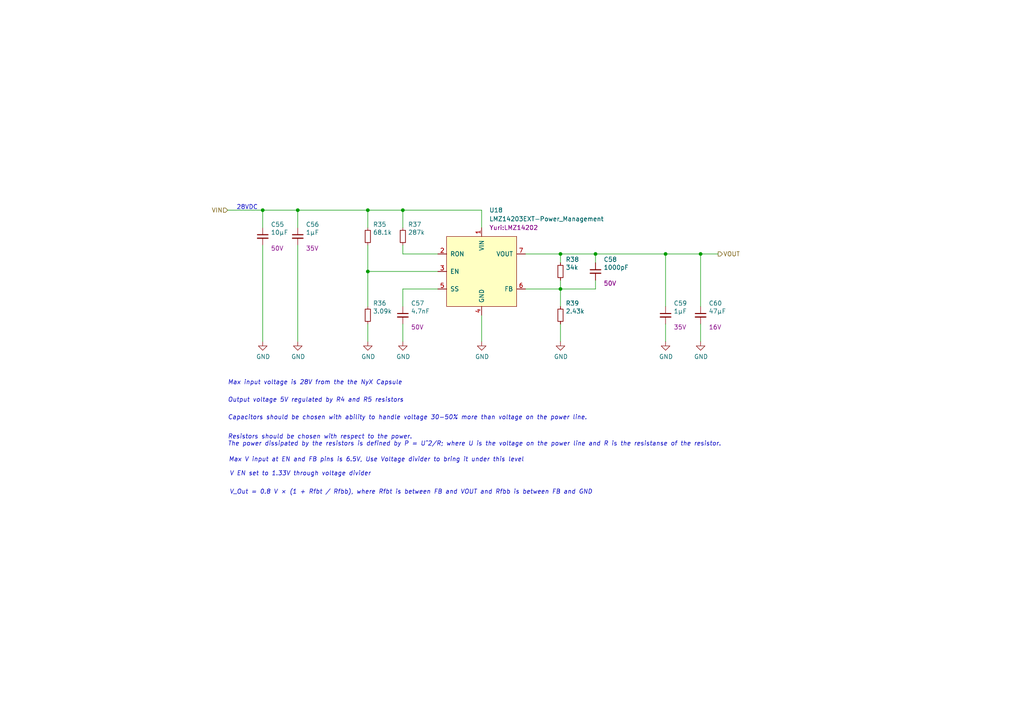
<source format=kicad_sch>
(kicad_sch (version 20230121) (generator eeschema)

  (uuid 27b77dd0-a85a-431d-952d-76def38a8516)

  (paper "A4")

  (title_block
    (company "Yuri GmbH")
  )

  (lib_symbols
    (symbol "Device:C_Small" (pin_numbers hide) (pin_names (offset 0.254) hide) (in_bom yes) (on_board yes)
      (property "Reference" "C" (at 0.254 1.778 0)
        (effects (font (size 1.27 1.27)) (justify left))
      )
      (property "Value" "C_Small" (at 0.254 -2.032 0)
        (effects (font (size 1.27 1.27)) (justify left))
      )
      (property "Footprint" "" (at 0 0 0)
        (effects (font (size 1.27 1.27)) hide)
      )
      (property "Datasheet" "~" (at 0 0 0)
        (effects (font (size 1.27 1.27)) hide)
      )
      (property "ki_keywords" "capacitor cap" (at 0 0 0)
        (effects (font (size 1.27 1.27)) hide)
      )
      (property "ki_description" "Unpolarized capacitor, small symbol" (at 0 0 0)
        (effects (font (size 1.27 1.27)) hide)
      )
      (property "ki_fp_filters" "C_*" (at 0 0 0)
        (effects (font (size 1.27 1.27)) hide)
      )
      (symbol "C_Small_0_1"
        (polyline
          (pts
            (xy -1.524 -0.508)
            (xy 1.524 -0.508)
          )
          (stroke (width 0.3302) (type default))
          (fill (type none))
        )
        (polyline
          (pts
            (xy -1.524 0.508)
            (xy 1.524 0.508)
          )
          (stroke (width 0.3048) (type default))
          (fill (type none))
        )
      )
      (symbol "C_Small_1_1"
        (pin passive line (at 0 2.54 270) (length 2.032)
          (name "~" (effects (font (size 1.27 1.27))))
          (number "1" (effects (font (size 1.27 1.27))))
        )
        (pin passive line (at 0 -2.54 90) (length 2.032)
          (name "~" (effects (font (size 1.27 1.27))))
          (number "2" (effects (font (size 1.27 1.27))))
        )
      )
    )
    (symbol "Device:R_Small" (pin_numbers hide) (pin_names (offset 0.254) hide) (in_bom yes) (on_board yes)
      (property "Reference" "R" (at 0.762 0.508 0)
        (effects (font (size 1.27 1.27)) (justify left))
      )
      (property "Value" "R_Small" (at 0.762 -1.016 0)
        (effects (font (size 1.27 1.27)) (justify left))
      )
      (property "Footprint" "" (at 0 0 0)
        (effects (font (size 1.27 1.27)) hide)
      )
      (property "Datasheet" "~" (at 0 0 0)
        (effects (font (size 1.27 1.27)) hide)
      )
      (property "ki_keywords" "R resistor" (at 0 0 0)
        (effects (font (size 1.27 1.27)) hide)
      )
      (property "ki_description" "Resistor, small symbol" (at 0 0 0)
        (effects (font (size 1.27 1.27)) hide)
      )
      (property "ki_fp_filters" "R_*" (at 0 0 0)
        (effects (font (size 1.27 1.27)) hide)
      )
      (symbol "R_Small_0_1"
        (rectangle (start -0.762 1.778) (end 0.762 -1.778)
          (stroke (width 0.2032) (type default))
          (fill (type none))
        )
      )
      (symbol "R_Small_1_1"
        (pin passive line (at 0 2.54 270) (length 0.762)
          (name "~" (effects (font (size 1.27 1.27))))
          (number "1" (effects (font (size 1.27 1.27))))
        )
        (pin passive line (at 0 -2.54 90) (length 0.762)
          (name "~" (effects (font (size 1.27 1.27))))
          (number "2" (effects (font (size 1.27 1.27))))
        )
      )
    )
    (symbol "Yuri:LMZ14203EXT-Power_Management" (pin_names (offset 1.016)) (in_bom yes) (on_board yes)
      (property "Reference" "U" (at 2.54 -12.7 0)
        (effects (font (size 1.27 1.27)) (justify left))
      )
      (property "Value" "LMZ14203EXT-Power_Management" (at 2.54 -15.24 0)
        (effects (font (size 1.27 1.27)) (justify left))
      )
      (property "Footprint" "Package_TO_SOT_SMD:Texas_TO-PMOD-7-1EP_10.16x9.85mm_P1.27mm_EP5.35x8.54mm_ThermalVias" (at 2.54 -17.78 0)
        (effects (font (size 1.27 1.27)) (justify left))
      )
      (property "Datasheet" "" (at -1.27 -13.97 0)
        (effects (font (size 1.27 1.27)) hide)
      )
      (symbol "LMZ14203EXT-Power_Management_0_1"
        (rectangle (start -10.16 10.16) (end 10.16 -10.16)
          (stroke (width 0) (type solid))
          (fill (type background))
        )
      )
      (symbol "LMZ14203EXT-Power_Management_1_1"
        (pin power_in line (at 0 12.7 270) (length 2.54)
          (name "VIN" (effects (font (size 1.27 1.27))))
          (number "1" (effects (font (size 1.27 1.27))))
        )
        (pin passive line (at -12.7 5.08 0) (length 2.54)
          (name "RON" (effects (font (size 1.27 1.27))))
          (number "2" (effects (font (size 1.27 1.27))))
        )
        (pin input line (at -12.7 0 0) (length 2.54)
          (name "EN" (effects (font (size 1.27 1.27))))
          (number "3" (effects (font (size 1.27 1.27))))
        )
        (pin power_out line (at 0 -12.7 90) (length 2.54)
          (name "GND" (effects (font (size 1.27 1.27))))
          (number "4" (effects (font (size 1.27 1.27))))
        )
        (pin passive line (at -12.7 -5.08 0) (length 2.54)
          (name "SS" (effects (font (size 1.27 1.27))))
          (number "5" (effects (font (size 1.27 1.27))))
        )
        (pin passive line (at 12.7 -5.08 180) (length 2.54)
          (name "FB" (effects (font (size 1.27 1.27))))
          (number "6" (effects (font (size 1.27 1.27))))
        )
        (pin power_out line (at 12.7 5.08 180) (length 2.54)
          (name "VOUT" (effects (font (size 1.27 1.27))))
          (number "7" (effects (font (size 1.27 1.27))))
        )
        (pin power_out line (at 0 -12.7 90) (length 2.54) hide
          (name "EP" (effects (font (size 1.27 1.27))))
          (number "8" (effects (font (size 1.27 1.27))))
        )
      )
    )
    (symbol "power:GND" (power) (pin_names (offset 0)) (in_bom yes) (on_board yes)
      (property "Reference" "#PWR" (at 0 -6.35 0)
        (effects (font (size 1.27 1.27)) hide)
      )
      (property "Value" "GND" (at 0 -3.81 0)
        (effects (font (size 1.27 1.27)))
      )
      (property "Footprint" "" (at 0 0 0)
        (effects (font (size 1.27 1.27)) hide)
      )
      (property "Datasheet" "" (at 0 0 0)
        (effects (font (size 1.27 1.27)) hide)
      )
      (property "ki_keywords" "global power" (at 0 0 0)
        (effects (font (size 1.27 1.27)) hide)
      )
      (property "ki_description" "Power symbol creates a global label with name \"GND\" , ground" (at 0 0 0)
        (effects (font (size 1.27 1.27)) hide)
      )
      (symbol "GND_0_1"
        (polyline
          (pts
            (xy 0 0)
            (xy 0 -1.27)
            (xy 1.27 -1.27)
            (xy 0 -2.54)
            (xy -1.27 -1.27)
            (xy 0 -1.27)
          )
          (stroke (width 0) (type default))
          (fill (type none))
        )
      )
      (symbol "GND_1_1"
        (pin power_in line (at 0 0 270) (length 0) hide
          (name "GND" (effects (font (size 1.27 1.27))))
          (number "1" (effects (font (size 1.27 1.27))))
        )
      )
    )
  )

  (junction (at 106.68 60.96) (diameter 0) (color 0 0 0 0)
    (uuid 1c20cb08-f2ee-4849-8033-c76e5249bf1b)
  )
  (junction (at 106.68 78.74) (diameter 0) (color 0 0 0 0)
    (uuid 33b60832-a37d-4809-9129-1b7837315c82)
  )
  (junction (at 76.2 60.96) (diameter 0) (color 0 0 0 0)
    (uuid 602331d0-910e-4787-9784-39dd7e93e9a7)
  )
  (junction (at 193.04 73.66) (diameter 0) (color 0 0 0 0)
    (uuid 75bdf0af-8814-4b29-b639-f2a71ef62281)
  )
  (junction (at 203.2 73.66) (diameter 0) (color 0 0 0 0)
    (uuid 7825269b-5c06-4cf0-815f-8fdbbe7da8f4)
  )
  (junction (at 162.56 73.66) (diameter 0) (color 0 0 0 0)
    (uuid 8e44fab4-847d-4cf0-9824-1a7f715352eb)
  )
  (junction (at 86.36 60.96) (diameter 0) (color 0 0 0 0)
    (uuid c6ef16f5-411c-488d-bee9-fed09c04714a)
  )
  (junction (at 172.72 73.66) (diameter 0) (color 0 0 0 0)
    (uuid d30476ca-cd45-42a1-8365-8ce5b2405b83)
  )
  (junction (at 162.56 83.82) (diameter 0) (color 0 0 0 0)
    (uuid d4a336fb-fdf6-41f8-9683-dfc18bbe9e62)
  )
  (junction (at 116.84 60.96) (diameter 0) (color 0 0 0 0)
    (uuid eb56b67a-e52a-4169-bc18-435e384f341f)
  )

  (wire (pts (xy 172.72 76.2) (xy 172.72 73.66))
    (stroke (width 0) (type default))
    (uuid 0012f051-0462-4818-b99b-d9f45030d68e)
  )
  (wire (pts (xy 106.68 93.98) (xy 106.68 99.06))
    (stroke (width 0) (type default))
    (uuid 0047eb5e-9625-4633-bb26-03e5da6ce1d2)
  )
  (wire (pts (xy 106.68 66.04) (xy 106.68 60.96))
    (stroke (width 0) (type default))
    (uuid 09808f5c-a89f-416e-bf1c-977963c43e0f)
  )
  (wire (pts (xy 172.72 81.28) (xy 172.72 83.82))
    (stroke (width 0) (type default))
    (uuid 0a76ef9f-3099-4621-b22b-511fb8c65ec2)
  )
  (wire (pts (xy 162.56 99.06) (xy 162.56 93.98))
    (stroke (width 0) (type default))
    (uuid 0b6de275-266f-42da-9037-b7e296dc44c1)
  )
  (wire (pts (xy 172.72 83.82) (xy 162.56 83.82))
    (stroke (width 0) (type default))
    (uuid 10b9ba0b-66fb-4b9e-85b9-1b93da8d9e61)
  )
  (wire (pts (xy 76.2 71.12) (xy 76.2 99.06))
    (stroke (width 0) (type default))
    (uuid 16ab3605-5192-4a64-830c-2b770eac1a95)
  )
  (wire (pts (xy 162.56 83.82) (xy 162.56 88.9))
    (stroke (width 0) (type default))
    (uuid 1b546e85-56f9-4d49-b3c4-576f5ecb36af)
  )
  (wire (pts (xy 152.4 73.66) (xy 162.56 73.66))
    (stroke (width 0) (type default))
    (uuid 2967d571-dad2-42d5-959e-3027980396fc)
  )
  (wire (pts (xy 139.7 91.44) (xy 139.7 99.06))
    (stroke (width 0) (type default))
    (uuid 3c4ce873-86ac-4b43-a5cc-61da35079325)
  )
  (wire (pts (xy 86.36 60.96) (xy 106.68 60.96))
    (stroke (width 0) (type default))
    (uuid 4744365a-de05-4740-9712-a7984402412d)
  )
  (wire (pts (xy 162.56 76.2) (xy 162.56 73.66))
    (stroke (width 0) (type default))
    (uuid 63d28c00-b94b-4e63-a0b7-6a63090367cb)
  )
  (wire (pts (xy 162.56 73.66) (xy 172.72 73.66))
    (stroke (width 0) (type default))
    (uuid 66267119-c85f-4aaf-8922-9d9831480e6d)
  )
  (wire (pts (xy 116.84 88.9) (xy 116.84 83.82))
    (stroke (width 0) (type default))
    (uuid 71a3ca95-ba30-4ab6-a88e-bbbce250540a)
  )
  (wire (pts (xy 106.68 60.96) (xy 116.84 60.96))
    (stroke (width 0) (type default))
    (uuid 761e05c2-a432-4a49-b087-14b7000cef8d)
  )
  (wire (pts (xy 86.36 66.04) (xy 86.36 60.96))
    (stroke (width 0) (type default))
    (uuid 7ae3e3f2-fd78-4aab-8921-0db97813a013)
  )
  (wire (pts (xy 76.2 66.04) (xy 76.2 60.96))
    (stroke (width 0) (type default))
    (uuid 7b414153-aae5-4015-9ca6-170aefaec457)
  )
  (wire (pts (xy 116.84 83.82) (xy 127 83.82))
    (stroke (width 0) (type default))
    (uuid 8b6b3b02-09c6-49d4-8663-47f17d4be065)
  )
  (wire (pts (xy 116.84 66.04) (xy 116.84 60.96))
    (stroke (width 0) (type default))
    (uuid 9b7c439c-c772-4d9a-8ae4-9714ea8bc287)
  )
  (wire (pts (xy 162.56 81.28) (xy 162.56 83.82))
    (stroke (width 0) (type default))
    (uuid 9fe343aa-e65f-4bd9-9bfd-098e7e77d022)
  )
  (wire (pts (xy 139.7 60.96) (xy 139.7 66.04))
    (stroke (width 0) (type default))
    (uuid a61d01f9-d53d-4481-b1b8-a564426f41b2)
  )
  (wire (pts (xy 116.84 60.96) (xy 139.7 60.96))
    (stroke (width 0) (type default))
    (uuid b08c4a3e-3115-4c73-80bb-cf38182b34e5)
  )
  (wire (pts (xy 116.84 73.66) (xy 127 73.66))
    (stroke (width 0) (type default))
    (uuid b145d99e-e3b4-474d-b679-46fd986270be)
  )
  (wire (pts (xy 127 78.74) (xy 106.68 78.74))
    (stroke (width 0) (type default))
    (uuid b63cbcc2-74f3-4aa2-9018-da656e155cad)
  )
  (wire (pts (xy 116.84 73.66) (xy 116.84 71.12))
    (stroke (width 0) (type default))
    (uuid bfaa3d9d-ca22-4ee6-abd4-242c51c252b4)
  )
  (wire (pts (xy 172.72 73.66) (xy 193.04 73.66))
    (stroke (width 0) (type default))
    (uuid c37df9d8-fb3e-4a20-ae97-de046e2d289b)
  )
  (wire (pts (xy 193.04 88.9) (xy 193.04 73.66))
    (stroke (width 0) (type default))
    (uuid cfd18fd6-1dba-410b-a9b0-6261347f6117)
  )
  (wire (pts (xy 193.04 73.66) (xy 203.2 73.66))
    (stroke (width 0) (type default))
    (uuid d6897468-d1f7-432d-8692-dc6d9c515dd1)
  )
  (wire (pts (xy 116.84 99.06) (xy 116.84 93.98))
    (stroke (width 0) (type default))
    (uuid db7c8e72-858a-455e-95cc-12cbe5cf0215)
  )
  (wire (pts (xy 203.2 88.9) (xy 203.2 73.66))
    (stroke (width 0) (type default))
    (uuid dbdfefdf-f16f-4d20-8e6d-b07d7c7460de)
  )
  (wire (pts (xy 106.68 78.74) (xy 106.68 71.12))
    (stroke (width 0) (type default))
    (uuid e3dfd9fc-9a6f-4cb3-a52a-f9e3e1eeb465)
  )
  (wire (pts (xy 162.56 83.82) (xy 152.4 83.82))
    (stroke (width 0) (type default))
    (uuid e7d52521-4ab8-4f83-a626-50a9a34137e4)
  )
  (wire (pts (xy 193.04 99.06) (xy 193.04 93.98))
    (stroke (width 0) (type default))
    (uuid ec6c891e-64ce-4de5-a773-790a8a2e1863)
  )
  (wire (pts (xy 106.68 78.74) (xy 106.68 88.9))
    (stroke (width 0) (type default))
    (uuid ed3c8a67-7b8f-4d11-b098-2fa2cb7d2a27)
  )
  (wire (pts (xy 76.2 60.96) (xy 86.36 60.96))
    (stroke (width 0) (type default))
    (uuid f1255a6b-c8f8-4b2a-a269-7027daf3fb00)
  )
  (wire (pts (xy 203.2 99.06) (xy 203.2 93.98))
    (stroke (width 0) (type default))
    (uuid f23c233f-6c93-4e7d-ae93-96623dd277a7)
  )
  (wire (pts (xy 208.28 73.66) (xy 203.2 73.66))
    (stroke (width 0) (type default))
    (uuid f4898fb7-9a63-4cfb-a867-56cc17b0b7de)
  )
  (wire (pts (xy 86.36 71.12) (xy 86.36 99.06))
    (stroke (width 0) (type default))
    (uuid f8b0d6bd-04c3-46cd-b886-a1966684adea)
  )
  (wire (pts (xy 66.04 60.96) (xy 76.2 60.96))
    (stroke (width 0) (type default))
    (uuid fec0cd31-ce67-447b-b698-612c07925658)
  )

  (text "28VDC" (at 68.58 60.96 0)
    (effects (font (size 1.27 1.27)) (justify left bottom))
    (uuid 03b72ec2-0bc5-4826-8a6f-8bcd179ef4c0)
  )
  (text "Capacitors should be chosen with ability to handle voltage 30-50% more than voltage on the power line.  "
    (at 66.04 121.92 0)
    (effects (font (size 1.27 1.27) italic) (justify left bottom))
    (uuid 1cd51def-542c-423f-a97c-645fe64d6bf0)
  )
  (text "Max V input at EN and FB pins is 6.5V, Use Voltage divider to bring it under this level"
    (at 66.294 134.112 0)
    (effects (font (size 1.27 1.27) italic) (justify left bottom))
    (uuid 1de29348-7a43-4747-b673-8d9514e83332)
  )
  (text "V_Out = 0.8 V × (1 + Rfbt / Rfbb), where Rfbt is between FB and VOUT and Rfbb is between FB and GND"
    (at 66.548 143.51 0)
    (effects (font (size 1.27 1.27) italic) (justify left bottom))
    (uuid 1e2bb18c-a674-42a4-94e8-b22265cdcaa1)
  )
  (text "Max input voltage is 28V from the the NyX Capsule" (at 66.04 111.76 0)
    (effects (font (size 1.27 1.27) italic) (justify left bottom))
    (uuid 38113c26-0ee8-45b0-bc75-f72017f48fc2)
  )
  (text "Resistors should be chosen with respect to the power. \nThe power dissipated by the resistors is defined by P = U^2/R; where U is the voltage on the power line and R is the resistanse of the resistor."
    (at 66.04 129.54 0)
    (effects (font (size 1.27 1.27) italic) (justify left bottom))
    (uuid 9495db7d-28a4-479c-a019-3ee301dabb34)
  )
  (text "V EN set to 1.33V through voltage divider" (at 66.548 138.176 0)
    (effects (font (size 1.27 1.27) italic) (justify left bottom))
    (uuid df86bbbe-ecdd-449c-936e-b931f3778d2a)
  )
  (text "Output voltage 5V regulated by R4 and R5 resistors "
    (at 66.04 116.84 0)
    (effects (font (size 1.27 1.27) italic) (justify left bottom))
    (uuid ffd42eb2-679b-436f-b35f-1e26983c41f5)
  )

  (hierarchical_label "VOUT" (shape output) (at 208.28 73.66 0) (fields_autoplaced)
    (effects (font (size 1.27 1.27)) (justify left))
    (uuid 191de68c-c4a8-498a-ace7-82362fa40783)
  )
  (hierarchical_label "VIN" (shape input) (at 66.04 60.96 180) (fields_autoplaced)
    (effects (font (size 1.27 1.27)) (justify right))
    (uuid c2fe5269-22ed-4ac5-963c-10d8f8a5a52b)
  )

  (symbol (lib_id "Device:R_Small") (at 106.68 91.44 0) (unit 1)
    (in_bom yes) (on_board yes) (dnp no)
    (uuid 00000000-0000-0000-0000-00005cbc9450)
    (property "Reference" "R36" (at 108.1786 87.9602 0)
      (effects (font (size 1.27 1.27)) (justify left))
    )
    (property "Value" "3.09k" (at 108.1786 90.2716 0)
      (effects (font (size 1.27 1.27)) (justify left))
    )
    (property "Footprint" "Resistor_SMD:R_0603_1608Metric_Pad0.98x0.95mm_HandSolder" (at 106.68 91.44 0)
      (effects (font (size 1.27 1.27)) hide)
    )
    (property "Datasheet" "~" (at 106.68 91.44 0)
      (effects (font (size 1.27 1.27)) hide)
    )
    (property "tolerance" "" (at 108.1786 92.583 0)
      (effects (font (size 1.27 1.27)) (justify left))
    )
    (property "power" "" (at 108.1786 94.8944 0)
      (effects (font (size 1.27 1.27)) (justify left))
    )
    (property "Supplier" "Mouser" (at 0 182.88 0)
      (effects (font (size 1.27 1.27)) hide)
    )
    (property "Supplier part number" "RMCF0603FT3K09" (at 0 182.88 0)
      (effects (font (size 1.27 1.27)) hide)
    )
    (property "Power" "125mW" (at 106.68 91.44 0)
      (effects (font (size 1.27 1.27)) hide)
    )
    (property "Tolerance" "1%" (at 106.68 91.44 0)
      (effects (font (size 1.27 1.27)) hide)
    )
    (pin "1" (uuid 6a4a3d77-63d1-4c24-ac16-0cd8c7fdb413))
    (pin "2" (uuid 5e6c8ab2-5683-49f9-8486-371eaf16e3fc))
    (instances
      (project "fluidics"
        (path "/5aff9a6f-f35d-45e7-96e9-9f7161704ccd/59f15cd4-5388-4f81-b02c-c3f669e09c48"
          (reference "R36") (unit 1)
        )
      )
      (project "PCDU_LMZ14203_12V"
        (path "/8c611a4c-c632-4f87-8341-b8d1ea15dcb0/4b86de71-b398-4ac1-be2a-a5832d16469d"
          (reference "R7") (unit 1)
        )
      )
      (project "t7_bckup"
        (path "/93c10f60-9b54-40f2-a8c0-8cf3f7b10c78/00000000-0000-0000-0000-00005ce4d388"
          (reference "R2") (unit 1)
        )
        (path "/93c10f60-9b54-40f2-a8c0-8cf3f7b10c78/00000000-0000-0000-0000-00005ce51e84"
          (reference "R?") (unit 1)
        )
      )
    )
  )

  (symbol (lib_id "Device:R_Small") (at 162.56 78.74 0) (unit 1)
    (in_bom yes) (on_board yes) (dnp no)
    (uuid 00000000-0000-0000-0000-00005cbc99a0)
    (property "Reference" "R38" (at 164.0586 75.2602 0)
      (effects (font (size 1.27 1.27)) (justify left))
    )
    (property "Value" "34k" (at 164.0586 77.5716 0)
      (effects (font (size 1.27 1.27)) (justify left))
    )
    (property "Footprint" "Resistor_SMD:R_0603_1608Metric_Pad0.98x0.95mm_HandSolder" (at 162.56 78.74 0)
      (effects (font (size 1.27 1.27)) hide)
    )
    (property "Datasheet" "https://www.seielect.com/catalog/sei-rmcf_rmcp.pdf" (at 162.56 78.74 0)
      (effects (font (size 1.27 1.27)) hide)
    )
    (property "tolerance" "" (at 164.0586 79.883 0)
      (effects (font (size 1.27 1.27)) (justify left))
    )
    (property "power" "" (at 164.0586 82.1944 0)
      (effects (font (size 1.27 1.27)) (justify left))
    )
    (property "Supplier" "Digikey" (at 0 157.48 0)
      (effects (font (size 1.27 1.27)) hide)
    )
    (property "Supplier part number" "RMCF0603FT34K0" (at 0 157.48 0)
      (effects (font (size 1.27 1.27)) hide)
    )
    (property "Power" "125mW" (at 162.56 78.74 0)
      (effects (font (size 1.27 1.27)) hide)
    )
    (property "Tolerance" "1%" (at 162.56 78.74 0)
      (effects (font (size 1.27 1.27)) hide)
    )
    (pin "1" (uuid 54a17b8b-d32e-42d0-aa25-1b817ed38ab8))
    (pin "2" (uuid 8fca9b8b-4ed3-4a23-94c9-90dbb2ebf91f))
    (instances
      (project "fluidics"
        (path "/5aff9a6f-f35d-45e7-96e9-9f7161704ccd/59f15cd4-5388-4f81-b02c-c3f669e09c48"
          (reference "R38") (unit 1)
        )
      )
      (project "PCDU_LMZ14203_12V"
        (path "/8c611a4c-c632-4f87-8341-b8d1ea15dcb0/4b86de71-b398-4ac1-be2a-a5832d16469d"
          (reference "R9") (unit 1)
        )
      )
      (project "t7_bckup"
        (path "/93c10f60-9b54-40f2-a8c0-8cf3f7b10c78/00000000-0000-0000-0000-00005ce4d388"
          (reference "R4") (unit 1)
        )
        (path "/93c10f60-9b54-40f2-a8c0-8cf3f7b10c78/00000000-0000-0000-0000-00005ce51e84"
          (reference "R?") (unit 1)
        )
      )
    )
  )

  (symbol (lib_id "Device:R_Small") (at 162.56 91.44 0) (unit 1)
    (in_bom yes) (on_board yes) (dnp no)
    (uuid 00000000-0000-0000-0000-00005cbc9a0f)
    (property "Reference" "R39" (at 164.0586 87.9602 0)
      (effects (font (size 1.27 1.27)) (justify left))
    )
    (property "Value" "2.43k" (at 164.0586 90.2716 0)
      (effects (font (size 1.27 1.27)) (justify left))
    )
    (property "Footprint" "Resistor_SMD:R_0603_1608Metric_Pad0.98x0.95mm_HandSolder" (at 162.56 91.44 0)
      (effects (font (size 1.27 1.27)) hide)
    )
    (property "Datasheet" "https://www.seielect.com/catalog/sei-rmcf_rmcp.pdf" (at 162.56 91.44 0)
      (effects (font (size 1.27 1.27)) hide)
    )
    (property "tolerance" "" (at 164.0586 92.583 0)
      (effects (font (size 1.27 1.27)) (justify left))
    )
    (property "power" "" (at 164.0586 94.8944 0)
      (effects (font (size 1.27 1.27)) (justify left))
    )
    (property "Supplier" "Digikey" (at 0 182.88 0)
      (effects (font (size 1.27 1.27)) hide)
    )
    (property "Supplier part number" "RMCF0603FT2K43" (at 0 182.88 0)
      (effects (font (size 1.27 1.27)) hide)
    )
    (property "Power" "125mW" (at 162.56 91.44 0)
      (effects (font (size 1.27 1.27)) hide)
    )
    (property "Tolerance" "0.5%" (at 162.56 91.44 0)
      (effects (font (size 1.27 1.27)) hide)
    )
    (pin "1" (uuid 1d0ca307-5ab7-430e-8bbb-0a3b6df2fa40))
    (pin "2" (uuid cdaafc7b-f200-4acb-a42a-13c1928cdb40))
    (instances
      (project "fluidics"
        (path "/5aff9a6f-f35d-45e7-96e9-9f7161704ccd/59f15cd4-5388-4f81-b02c-c3f669e09c48"
          (reference "R39") (unit 1)
        )
      )
      (project "PCDU_LMZ14203_12V"
        (path "/8c611a4c-c632-4f87-8341-b8d1ea15dcb0/4b86de71-b398-4ac1-be2a-a5832d16469d"
          (reference "R10") (unit 1)
        )
      )
      (project "t7_bckup"
        (path "/93c10f60-9b54-40f2-a8c0-8cf3f7b10c78/00000000-0000-0000-0000-00005ce4d388"
          (reference "R5") (unit 1)
        )
        (path "/93c10f60-9b54-40f2-a8c0-8cf3f7b10c78/00000000-0000-0000-0000-00005ce51e84"
          (reference "R?") (unit 1)
        )
      )
    )
  )

  (symbol (lib_id "Device:C_Small") (at 116.84 91.44 0) (unit 1)
    (in_bom yes) (on_board yes) (dnp no)
    (uuid 00000000-0000-0000-0000-00005cbcb34d)
    (property "Reference" "C57" (at 119.1768 87.9602 0)
      (effects (font (size 1.27 1.27)) (justify left))
    )
    (property "Value" "4.7nF" (at 119.1768 90.2716 0)
      (effects (font (size 1.27 1.27)) (justify left))
    )
    (property "Footprint" "Capacitor_SMD:C_0402_1005Metric_Pad0.74x0.62mm_HandSolder" (at 116.84 91.44 0)
      (effects (font (size 1.27 1.27)) hide)
    )
    (property "Datasheet" "https://connect.kemet.com:7667/gateway/IntelliData-ComponentDocumentation/1.0/download/datasheet/C0402C472K4RECAUTO" (at 116.84 91.44 0)
      (effects (font (size 1.27 1.27)) hide)
    )
    (property "tolerance" "" (at 119.1768 92.583 0)
      (effects (font (size 1.27 1.27)) (justify left))
    )
    (property "Voltage" "50V" (at 119.1768 94.8944 0)
      (effects (font (size 1.27 1.27)) (justify left))
    )
    (property "Supplier" "Digikey" (at 0 182.88 0)
      (effects (font (size 1.27 1.27)) hide)
    )
    (property "Supplier part number" "GRM155R71H472KA01D" (at 0 182.88 0)
      (effects (font (size 1.27 1.27)) hide)
    )
    (property "Tolerance" "10%" (at 116.84 91.44 0)
      (effects (font (size 1.27 1.27)) hide)
    )
    (pin "1" (uuid b555a232-6abc-48ea-9f76-92e931f0c175))
    (pin "2" (uuid 08c6bab4-befe-41f7-b3fd-e211dbc9e577))
    (instances
      (project "fluidics"
        (path "/5aff9a6f-f35d-45e7-96e9-9f7161704ccd/59f15cd4-5388-4f81-b02c-c3f669e09c48"
          (reference "C57") (unit 1)
        )
      )
      (project "PCDU_LMZ14203_12V"
        (path "/8c611a4c-c632-4f87-8341-b8d1ea15dcb0/4b86de71-b398-4ac1-be2a-a5832d16469d"
          (reference "C9") (unit 1)
        )
      )
      (project "t7_bckup"
        (path "/93c10f60-9b54-40f2-a8c0-8cf3f7b10c78/00000000-0000-0000-0000-00005ce4d388"
          (reference "C3") (unit 1)
        )
        (path "/93c10f60-9b54-40f2-a8c0-8cf3f7b10c78/00000000-0000-0000-0000-00005ce51e84"
          (reference "C?") (unit 1)
        )
      )
    )
  )

  (symbol (lib_id "power:GND") (at 116.84 99.06 0) (unit 1)
    (in_bom yes) (on_board yes) (dnp no)
    (uuid 00000000-0000-0000-0000-00005cbcb66e)
    (property "Reference" "#PWR0132" (at 116.84 105.41 0)
      (effects (font (size 1.27 1.27)) hide)
    )
    (property "Value" "GND" (at 116.967 103.4542 0)
      (effects (font (size 1.27 1.27)))
    )
    (property "Footprint" "" (at 116.84 99.06 0)
      (effects (font (size 1.27 1.27)) hide)
    )
    (property "Datasheet" "" (at 116.84 99.06 0)
      (effects (font (size 1.27 1.27)) hide)
    )
    (pin "1" (uuid f494f4c2-5957-4b6b-9c05-f9b157047d7a))
    (instances
      (project "fluidics"
        (path "/5aff9a6f-f35d-45e7-96e9-9f7161704ccd/59f15cd4-5388-4f81-b02c-c3f669e09c48"
          (reference "#PWR0132") (unit 1)
        )
      )
      (project "PCDU_LMZ14203_12V"
        (path "/8c611a4c-c632-4f87-8341-b8d1ea15dcb0/4b86de71-b398-4ac1-be2a-a5832d16469d"
          (reference "#PWR018") (unit 1)
        )
      )
      (project "t7_bckup"
        (path "/93c10f60-9b54-40f2-a8c0-8cf3f7b10c78/00000000-0000-0000-0000-00005ce4d388"
          (reference "#PWR09") (unit 1)
        )
        (path "/93c10f60-9b54-40f2-a8c0-8cf3f7b10c78/00000000-0000-0000-0000-00005ce51e84"
          (reference "#PWR?") (unit 1)
        )
      )
    )
  )

  (symbol (lib_id "power:GND") (at 86.36 99.06 0) (unit 1)
    (in_bom yes) (on_board yes) (dnp no)
    (uuid 00000000-0000-0000-0000-00005cbcda05)
    (property "Reference" "#PWR0130" (at 86.36 105.41 0)
      (effects (font (size 1.27 1.27)) hide)
    )
    (property "Value" "GND" (at 86.487 103.4542 0)
      (effects (font (size 1.27 1.27)))
    )
    (property "Footprint" "" (at 86.36 99.06 0)
      (effects (font (size 1.27 1.27)) hide)
    )
    (property "Datasheet" "" (at 86.36 99.06 0)
      (effects (font (size 1.27 1.27)) hide)
    )
    (pin "1" (uuid 14b0fc50-edcd-4575-b204-cbbac50ccba7))
    (instances
      (project "fluidics"
        (path "/5aff9a6f-f35d-45e7-96e9-9f7161704ccd/59f15cd4-5388-4f81-b02c-c3f669e09c48"
          (reference "#PWR0130") (unit 1)
        )
      )
      (project "PCDU_LMZ14203_12V"
        (path "/8c611a4c-c632-4f87-8341-b8d1ea15dcb0/4b86de71-b398-4ac1-be2a-a5832d16469d"
          (reference "#PWR016") (unit 1)
        )
      )
      (project "t7_bckup"
        (path "/93c10f60-9b54-40f2-a8c0-8cf3f7b10c78/00000000-0000-0000-0000-00005ce4d388"
          (reference "#PWR07") (unit 1)
        )
        (path "/93c10f60-9b54-40f2-a8c0-8cf3f7b10c78/00000000-0000-0000-0000-00005ce51e84"
          (reference "#PWR?") (unit 1)
        )
      )
    )
  )

  (symbol (lib_id "power:GND") (at 76.2 99.06 0) (unit 1)
    (in_bom yes) (on_board yes) (dnp no)
    (uuid 00000000-0000-0000-0000-00005cbcda48)
    (property "Reference" "#PWR0129" (at 76.2 105.41 0)
      (effects (font (size 1.27 1.27)) hide)
    )
    (property "Value" "GND" (at 76.327 103.4542 0)
      (effects (font (size 1.27 1.27)))
    )
    (property "Footprint" "" (at 76.2 99.06 0)
      (effects (font (size 1.27 1.27)) hide)
    )
    (property "Datasheet" "" (at 76.2 99.06 0)
      (effects (font (size 1.27 1.27)) hide)
    )
    (pin "1" (uuid 9e17b4d4-7f9b-4058-aa66-212758251ad3))
    (instances
      (project "fluidics"
        (path "/5aff9a6f-f35d-45e7-96e9-9f7161704ccd/59f15cd4-5388-4f81-b02c-c3f669e09c48"
          (reference "#PWR0129") (unit 1)
        )
      )
      (project "PCDU_LMZ14203_12V"
        (path "/8c611a4c-c632-4f87-8341-b8d1ea15dcb0/4b86de71-b398-4ac1-be2a-a5832d16469d"
          (reference "#PWR015") (unit 1)
        )
      )
      (project "t7_bckup"
        (path "/93c10f60-9b54-40f2-a8c0-8cf3f7b10c78/00000000-0000-0000-0000-00005ce4d388"
          (reference "#PWR06") (unit 1)
        )
        (path "/93c10f60-9b54-40f2-a8c0-8cf3f7b10c78/00000000-0000-0000-0000-00005ce51e84"
          (reference "#PWR?") (unit 1)
        )
      )
    )
  )

  (symbol (lib_id "Device:R_Small") (at 116.84 68.58 0) (unit 1)
    (in_bom yes) (on_board yes) (dnp no)
    (uuid 00000000-0000-0000-0000-00005cbcf4b8)
    (property "Reference" "R37" (at 118.3386 65.1002 0)
      (effects (font (size 1.27 1.27)) (justify left))
    )
    (property "Value" "287k" (at 118.3386 67.4116 0)
      (effects (font (size 1.27 1.27)) (justify left))
    )
    (property "Footprint" "Resistor_SMD:R_0603_1608Metric_Pad0.98x0.95mm_HandSolder" (at 116.84 68.58 0)
      (effects (font (size 1.27 1.27)) hide)
    )
    (property "Datasheet" "~" (at 116.84 68.58 0)
      (effects (font (size 1.27 1.27)) hide)
    )
    (property "tolerance" "" (at 118.3386 69.723 0)
      (effects (font (size 1.27 1.27)) (justify left))
    )
    (property "power" "" (at 118.3386 72.0344 0)
      (effects (font (size 1.27 1.27)) (justify left))
    )
    (property "Supplier" "Digikey" (at 0 137.16 0)
      (effects (font (size 1.27 1.27)) hide)
    )
    (property "Supplier part number" "RMCF0603FT287K" (at 0 137.16 0)
      (effects (font (size 1.27 1.27)) hide)
    )
    (property "Power" "250mW" (at 116.84 68.58 0)
      (effects (font (size 1.27 1.27)) hide)
    )
    (property "Tolerance" "1%" (at 116.84 68.58 0)
      (effects (font (size 1.27 1.27)) hide)
    )
    (pin "1" (uuid 663302ee-b25d-49ad-a808-8eb201a3e0ad))
    (pin "2" (uuid db9151cf-b1c8-47df-a063-b4980651c932))
    (instances
      (project "fluidics"
        (path "/5aff9a6f-f35d-45e7-96e9-9f7161704ccd/59f15cd4-5388-4f81-b02c-c3f669e09c48"
          (reference "R37") (unit 1)
        )
      )
      (project "PCDU_LMZ14203_12V"
        (path "/8c611a4c-c632-4f87-8341-b8d1ea15dcb0/4b86de71-b398-4ac1-be2a-a5832d16469d"
          (reference "R8") (unit 1)
        )
      )
      (project "t7_bckup"
        (path "/93c10f60-9b54-40f2-a8c0-8cf3f7b10c78/00000000-0000-0000-0000-00005ce4d388"
          (reference "R3") (unit 1)
        )
        (path "/93c10f60-9b54-40f2-a8c0-8cf3f7b10c78/00000000-0000-0000-0000-00005ce51e84"
          (reference "R?") (unit 1)
        )
      )
    )
  )

  (symbol (lib_id "Device:R_Small") (at 106.68 68.58 180) (unit 1)
    (in_bom yes) (on_board yes) (dnp no)
    (uuid 00000000-0000-0000-0000-00005ce619d6)
    (property "Reference" "R35" (at 108.1786 65.1002 0)
      (effects (font (size 1.27 1.27)) (justify right))
    )
    (property "Value" "68.1k" (at 108.1786 67.4116 0)
      (effects (font (size 1.27 1.27)) (justify right))
    )
    (property "Footprint" "Resistor_SMD:R_0603_1608Metric_Pad0.98x0.95mm_HandSolder" (at 106.68 68.58 0)
      (effects (font (size 1.27 1.27)) hide)
    )
    (property "Datasheet" "~" (at 106.68 68.58 0)
      (effects (font (size 1.27 1.27)) hide)
    )
    (property "tolerance" "" (at 108.1786 69.723 0)
      (effects (font (size 1.27 1.27)) (justify right))
    )
    (property "power" "" (at 108.1786 72.0344 0)
      (effects (font (size 1.27 1.27)) (justify right))
    )
    (property "Supplier" "Mouser" (at 213.36 0 0)
      (effects (font (size 1.27 1.27)) hide)
    )
    (property "Supplier part number" "RT0603FRE0768K1L" (at 213.36 0 0)
      (effects (font (size 1.27 1.27)) hide)
    )
    (property "Power" "125mW" (at 106.68 68.58 0)
      (effects (font (size 1.27 1.27)) hide)
    )
    (property "Tolerance" "1%" (at 106.68 68.58 0)
      (effects (font (size 1.27 1.27)) hide)
    )
    (pin "1" (uuid 4829e51e-3a8f-4363-9339-2fd140d64cdc))
    (pin "2" (uuid 8f9e380f-12c4-43a9-832f-b6aa923bd1a9))
    (instances
      (project "fluidics"
        (path "/5aff9a6f-f35d-45e7-96e9-9f7161704ccd/59f15cd4-5388-4f81-b02c-c3f669e09c48"
          (reference "R35") (unit 1)
        )
      )
      (project "PCDU_LMZ14203_12V"
        (path "/8c611a4c-c632-4f87-8341-b8d1ea15dcb0/4b86de71-b398-4ac1-be2a-a5832d16469d"
          (reference "R6") (unit 1)
        )
      )
      (project "t7_bckup"
        (path "/93c10f60-9b54-40f2-a8c0-8cf3f7b10c78/00000000-0000-0000-0000-00005ce4d388"
          (reference "R1") (unit 1)
        )
        (path "/93c10f60-9b54-40f2-a8c0-8cf3f7b10c78/00000000-0000-0000-0000-00005ce51e84"
          (reference "R?") (unit 1)
        )
      )
    )
  )

  (symbol (lib_id "power:GND") (at 106.68 99.06 0) (unit 1)
    (in_bom yes) (on_board yes) (dnp no)
    (uuid 00000000-0000-0000-0000-00005ce619da)
    (property "Reference" "#PWR0131" (at 106.68 105.41 0)
      (effects (font (size 1.27 1.27)) hide)
    )
    (property "Value" "GND" (at 106.807 103.4542 0)
      (effects (font (size 1.27 1.27)))
    )
    (property "Footprint" "" (at 106.68 99.06 0)
      (effects (font (size 1.27 1.27)) hide)
    )
    (property "Datasheet" "" (at 106.68 99.06 0)
      (effects (font (size 1.27 1.27)) hide)
    )
    (pin "1" (uuid ca893c66-ad8d-4471-9712-130758ff071d))
    (instances
      (project "fluidics"
        (path "/5aff9a6f-f35d-45e7-96e9-9f7161704ccd/59f15cd4-5388-4f81-b02c-c3f669e09c48"
          (reference "#PWR0131") (unit 1)
        )
      )
      (project "PCDU_LMZ14203_12V"
        (path "/8c611a4c-c632-4f87-8341-b8d1ea15dcb0/4b86de71-b398-4ac1-be2a-a5832d16469d"
          (reference "#PWR017") (unit 1)
        )
      )
      (project "t7_bckup"
        (path "/93c10f60-9b54-40f2-a8c0-8cf3f7b10c78/00000000-0000-0000-0000-00005ce4d388"
          (reference "#PWR08") (unit 1)
        )
        (path "/93c10f60-9b54-40f2-a8c0-8cf3f7b10c78/00000000-0000-0000-0000-00005ce51e84"
          (reference "#PWR?") (unit 1)
        )
      )
    )
  )

  (symbol (lib_id "power:GND") (at 139.7 99.06 0) (unit 1)
    (in_bom yes) (on_board yes) (dnp no)
    (uuid 00000000-0000-0000-0000-00005ce619dc)
    (property "Reference" "#PWR0133" (at 139.7 105.41 0)
      (effects (font (size 1.27 1.27)) hide)
    )
    (property "Value" "GND" (at 139.827 103.4542 0)
      (effects (font (size 1.27 1.27)))
    )
    (property "Footprint" "" (at 139.7 99.06 0)
      (effects (font (size 1.27 1.27)) hide)
    )
    (property "Datasheet" "" (at 139.7 99.06 0)
      (effects (font (size 1.27 1.27)) hide)
    )
    (pin "1" (uuid 79ec2164-d636-46de-a982-97d738f459c1))
    (instances
      (project "fluidics"
        (path "/5aff9a6f-f35d-45e7-96e9-9f7161704ccd/59f15cd4-5388-4f81-b02c-c3f669e09c48"
          (reference "#PWR0133") (unit 1)
        )
      )
      (project "PCDU_LMZ14203_12V"
        (path "/8c611a4c-c632-4f87-8341-b8d1ea15dcb0/4b86de71-b398-4ac1-be2a-a5832d16469d"
          (reference "#PWR019") (unit 1)
        )
      )
      (project "t7_bckup"
        (path "/93c10f60-9b54-40f2-a8c0-8cf3f7b10c78/00000000-0000-0000-0000-00005ce4d388"
          (reference "#PWR010") (unit 1)
        )
        (path "/93c10f60-9b54-40f2-a8c0-8cf3f7b10c78/00000000-0000-0000-0000-00005ce51e84"
          (reference "#PWR?") (unit 1)
        )
      )
    )
  )

  (symbol (lib_id "power:GND") (at 162.56 99.06 0) (unit 1)
    (in_bom yes) (on_board yes) (dnp no)
    (uuid 00000000-0000-0000-0000-00005ce619e1)
    (property "Reference" "#PWR0134" (at 162.56 105.41 0)
      (effects (font (size 1.27 1.27)) hide)
    )
    (property "Value" "GND" (at 162.687 103.4542 0)
      (effects (font (size 1.27 1.27)))
    )
    (property "Footprint" "" (at 162.56 99.06 0)
      (effects (font (size 1.27 1.27)) hide)
    )
    (property "Datasheet" "" (at 162.56 99.06 0)
      (effects (font (size 1.27 1.27)) hide)
    )
    (pin "1" (uuid 3df71c89-cb50-4610-bb33-49813b706705))
    (instances
      (project "fluidics"
        (path "/5aff9a6f-f35d-45e7-96e9-9f7161704ccd/59f15cd4-5388-4f81-b02c-c3f669e09c48"
          (reference "#PWR0134") (unit 1)
        )
      )
      (project "PCDU_LMZ14203_12V"
        (path "/8c611a4c-c632-4f87-8341-b8d1ea15dcb0/4b86de71-b398-4ac1-be2a-a5832d16469d"
          (reference "#PWR020") (unit 1)
        )
      )
      (project "t7_bckup"
        (path "/93c10f60-9b54-40f2-a8c0-8cf3f7b10c78/00000000-0000-0000-0000-00005ce4d388"
          (reference "#PWR011") (unit 1)
        )
        (path "/93c10f60-9b54-40f2-a8c0-8cf3f7b10c78/00000000-0000-0000-0000-00005ce51e84"
          (reference "#PWR?") (unit 1)
        )
      )
    )
  )

  (symbol (lib_id "Device:C_Small") (at 172.72 78.74 0) (unit 1)
    (in_bom yes) (on_board yes) (dnp no)
    (uuid 00000000-0000-0000-0000-00005ce619e3)
    (property "Reference" "C58" (at 175.0568 75.2602 0)
      (effects (font (size 1.27 1.27)) (justify left))
    )
    (property "Value" "1000pF" (at 175.0568 77.5716 0)
      (effects (font (size 1.27 1.27)) (justify left))
    )
    (property "Footprint" "Capacitor_SMD:C_0402_1005Metric_Pad0.74x0.62mm_HandSolder" (at 172.72 78.74 0)
      (effects (font (size 1.27 1.27)) hide)
    )
    (property "Datasheet" "~" (at 172.72 78.74 0)
      (effects (font (size 1.27 1.27)) hide)
    )
    (property "tolerance" "" (at 175.0568 79.883 0)
      (effects (font (size 1.27 1.27)) (justify left))
    )
    (property "Voltage" "50V" (at 175.0568 82.1944 0)
      (effects (font (size 1.27 1.27)) (justify left))
    )
    (property "Supplier" "Digikey" (at 0 157.48 0)
      (effects (font (size 1.27 1.27)) hide)
    )
    (property "Supplier part number" "C0402C102K5RAC7867" (at 0 157.48 0)
      (effects (font (size 1.27 1.27)) hide)
    )
    (property "Tolerance" "10%" (at 172.72 78.74 0)
      (effects (font (size 1.27 1.27)) hide)
    )
    (pin "1" (uuid bc0400ea-0a0a-47af-8e44-bb3bf8c2712b))
    (pin "2" (uuid f7619779-24a7-4c2d-ad45-a2ca697134ff))
    (instances
      (project "fluidics"
        (path "/5aff9a6f-f35d-45e7-96e9-9f7161704ccd/59f15cd4-5388-4f81-b02c-c3f669e09c48"
          (reference "C58") (unit 1)
        )
      )
      (project "PCDU_LMZ14203_12V"
        (path "/8c611a4c-c632-4f87-8341-b8d1ea15dcb0/4b86de71-b398-4ac1-be2a-a5832d16469d"
          (reference "C10") (unit 1)
        )
      )
      (project "t7_bckup"
        (path "/93c10f60-9b54-40f2-a8c0-8cf3f7b10c78/00000000-0000-0000-0000-00005ce4d388"
          (reference "C4") (unit 1)
        )
        (path "/93c10f60-9b54-40f2-a8c0-8cf3f7b10c78/00000000-0000-0000-0000-00005ce51e84"
          (reference "C?") (unit 1)
        )
      )
    )
  )

  (symbol (lib_id "Device:C_Small") (at 193.04 91.44 0) (unit 1)
    (in_bom yes) (on_board yes) (dnp no)
    (uuid 00000000-0000-0000-0000-00005ce619e6)
    (property "Reference" "C59" (at 195.3768 87.9602 0)
      (effects (font (size 1.27 1.27)) (justify left))
    )
    (property "Value" "1µF" (at 195.3768 90.2716 0)
      (effects (font (size 1.27 1.27)) (justify left))
    )
    (property "Footprint" "Capacitor_SMD:C_0603_1608Metric_Pad1.08x0.95mm_HandSolder" (at 193.04 91.44 0)
      (effects (font (size 1.27 1.27)) hide)
    )
    (property "Datasheet" "https://product.tdk.com/system/files/dam/doc/product/capacitor/ceramic/mlcc/catalog/mlcc_commercial_soft_en.pdf" (at 193.04 91.44 0)
      (effects (font (size 1.27 1.27)) hide)
    )
    (property "tolerance" "" (at 195.3768 92.583 0)
      (effects (font (size 1.27 1.27)) (justify left))
    )
    (property "Voltage" "35V" (at 195.3768 94.8944 0)
      (effects (font (size 1.27 1.27)) (justify left))
    )
    (property "Supplier" "Mouser" (at 0 182.88 0)
      (effects (font (size 1.27 1.27)) hide)
    )
    (property "Supplier part number" "C1608X7R1V105K080AE" (at 0 182.88 0)
      (effects (font (size 1.27 1.27)) hide)
    )
    (property "Tolerance" "10%" (at 0 182.88 0)
      (effects (font (size 1.27 1.27)) hide)
    )
    (pin "1" (uuid fbfb4c40-3459-4262-9399-a099beea70a8))
    (pin "2" (uuid 87bfa271-de31-49c8-ba43-4ee2f06408be))
    (instances
      (project "fluidics"
        (path "/5aff9a6f-f35d-45e7-96e9-9f7161704ccd/59f15cd4-5388-4f81-b02c-c3f669e09c48"
          (reference "C59") (unit 1)
        )
      )
      (project "PCDU_LMZ14203_12V"
        (path "/8c611a4c-c632-4f87-8341-b8d1ea15dcb0/4b86de71-b398-4ac1-be2a-a5832d16469d"
          (reference "C11") (unit 1)
        )
      )
      (project "t7_bckup"
        (path "/93c10f60-9b54-40f2-a8c0-8cf3f7b10c78/00000000-0000-0000-0000-00005ce4d388"
          (reference "C5") (unit 1)
        )
        (path "/93c10f60-9b54-40f2-a8c0-8cf3f7b10c78/00000000-0000-0000-0000-00005ce51e84"
          (reference "C?") (unit 1)
        )
      )
    )
  )

  (symbol (lib_id "Device:C_Small") (at 203.2 91.44 0) (unit 1)
    (in_bom yes) (on_board yes) (dnp no)
    (uuid 00000000-0000-0000-0000-00005ce619e7)
    (property "Reference" "C60" (at 205.5368 87.9602 0)
      (effects (font (size 1.27 1.27)) (justify left))
    )
    (property "Value" "47µF" (at 205.5368 90.2716 0)
      (effects (font (size 1.27 1.27)) (justify left))
    )
    (property "Footprint" "Capacitor_SMD:C_1210_3225Metric_Pad1.33x2.70mm_HandSolder" (at 203.2 91.44 0)
      (effects (font (size 1.27 1.27)) hide)
    )
    (property "Datasheet" "~https://search.murata.co.jp/Ceramy/image/img/A01X/G101/ENG/GRM32EC81C476KE15-01.pdf" (at 203.2 91.44 0)
      (effects (font (size 1.27 1.27)) hide)
    )
    (property "tolerance" "" (at 205.5368 92.583 0)
      (effects (font (size 1.27 1.27)) (justify left))
    )
    (property "Voltage" "16V" (at 205.5368 94.8944 0)
      (effects (font (size 1.27 1.27)) (justify left))
    )
    (property "Supplier" "Digikey" (at 0 182.88 0)
      (effects (font (size 1.27 1.27)) hide)
    )
    (property "Supplier part number" "CL32A476KOJNNNE" (at 0 182.88 0)
      (effects (font (size 1.27 1.27)) hide)
    )
    (property "Tolerance" "10%" (at 203.2 91.44 0)
      (effects (font (size 1.27 1.27)) hide)
    )
    (pin "1" (uuid 4eb2fbaf-97f1-4f24-ba6c-c17f51d9f245))
    (pin "2" (uuid d6c8e9c4-4a8c-4a35-bb59-bfea53384d34))
    (instances
      (project "fluidics"
        (path "/5aff9a6f-f35d-45e7-96e9-9f7161704ccd/59f15cd4-5388-4f81-b02c-c3f669e09c48"
          (reference "C60") (unit 1)
        )
      )
      (project "PCDU_LMZ14203_12V"
        (path "/8c611a4c-c632-4f87-8341-b8d1ea15dcb0/4b86de71-b398-4ac1-be2a-a5832d16469d"
          (reference "C12") (unit 1)
        )
      )
      (project "t7_bckup"
        (path "/93c10f60-9b54-40f2-a8c0-8cf3f7b10c78/00000000-0000-0000-0000-00005ce4d388"
          (reference "C6") (unit 1)
        )
        (path "/93c10f60-9b54-40f2-a8c0-8cf3f7b10c78/00000000-0000-0000-0000-00005ce51e84"
          (reference "C?") (unit 1)
        )
      )
    )
  )

  (symbol (lib_id "power:GND") (at 193.04 99.06 0) (unit 1)
    (in_bom yes) (on_board yes) (dnp no)
    (uuid 00000000-0000-0000-0000-00005ce619ea)
    (property "Reference" "#PWR0135" (at 193.04 105.41 0)
      (effects (font (size 1.27 1.27)) hide)
    )
    (property "Value" "GND" (at 193.167 103.4542 0)
      (effects (font (size 1.27 1.27)))
    )
    (property "Footprint" "" (at 193.04 99.06 0)
      (effects (font (size 1.27 1.27)) hide)
    )
    (property "Datasheet" "" (at 193.04 99.06 0)
      (effects (font (size 1.27 1.27)) hide)
    )
    (pin "1" (uuid 726a2c6e-045f-45a6-b8bb-55b8a0750410))
    (instances
      (project "fluidics"
        (path "/5aff9a6f-f35d-45e7-96e9-9f7161704ccd/59f15cd4-5388-4f81-b02c-c3f669e09c48"
          (reference "#PWR0135") (unit 1)
        )
      )
      (project "PCDU_LMZ14203_12V"
        (path "/8c611a4c-c632-4f87-8341-b8d1ea15dcb0/4b86de71-b398-4ac1-be2a-a5832d16469d"
          (reference "#PWR021") (unit 1)
        )
      )
      (project "t7_bckup"
        (path "/93c10f60-9b54-40f2-a8c0-8cf3f7b10c78/00000000-0000-0000-0000-00005ce4d388"
          (reference "#PWR012") (unit 1)
        )
        (path "/93c10f60-9b54-40f2-a8c0-8cf3f7b10c78/00000000-0000-0000-0000-00005ce51e84"
          (reference "#PWR?") (unit 1)
        )
      )
    )
  )

  (symbol (lib_id "power:GND") (at 203.2 99.06 0) (unit 1)
    (in_bom yes) (on_board yes) (dnp no)
    (uuid 00000000-0000-0000-0000-00005ce619eb)
    (property "Reference" "#PWR0136" (at 203.2 105.41 0)
      (effects (font (size 1.27 1.27)) hide)
    )
    (property "Value" "GND" (at 203.327 103.4542 0)
      (effects (font (size 1.27 1.27)))
    )
    (property "Footprint" "" (at 203.2 99.06 0)
      (effects (font (size 1.27 1.27)) hide)
    )
    (property "Datasheet" "" (at 203.2 99.06 0)
      (effects (font (size 1.27 1.27)) hide)
    )
    (pin "1" (uuid f9ee407f-2b14-43a3-b867-646ddaf8a2c0))
    (instances
      (project "fluidics"
        (path "/5aff9a6f-f35d-45e7-96e9-9f7161704ccd/59f15cd4-5388-4f81-b02c-c3f669e09c48"
          (reference "#PWR0136") (unit 1)
        )
      )
      (project "PCDU_LMZ14203_12V"
        (path "/8c611a4c-c632-4f87-8341-b8d1ea15dcb0/4b86de71-b398-4ac1-be2a-a5832d16469d"
          (reference "#PWR022") (unit 1)
        )
      )
      (project "t7_bckup"
        (path "/93c10f60-9b54-40f2-a8c0-8cf3f7b10c78/00000000-0000-0000-0000-00005ce4d388"
          (reference "#PWR013") (unit 1)
        )
        (path "/93c10f60-9b54-40f2-a8c0-8cf3f7b10c78/00000000-0000-0000-0000-00005ce51e84"
          (reference "#PWR?") (unit 1)
        )
      )
    )
  )

  (symbol (lib_id "Device:C_Small") (at 86.36 68.58 0) (unit 1)
    (in_bom yes) (on_board yes) (dnp no)
    (uuid 00000000-0000-0000-0000-00005ce619f2)
    (property "Reference" "C56" (at 88.6968 65.1002 0)
      (effects (font (size 1.27 1.27)) (justify left))
    )
    (property "Value" "1µF" (at 88.6968 67.4116 0)
      (effects (font (size 1.27 1.27)) (justify left))
    )
    (property "Footprint" "Capacitor_SMD:C_0603_1608Metric_Pad1.08x0.95mm_HandSolder" (at 86.36 68.58 0)
      (effects (font (size 1.27 1.27)) hide)
    )
    (property "Datasheet" "https://product.tdk.com/system/files/dam/doc/product/capacitor/ceramic/mlcc/catalog/mlcc_commercial_soft_en.pdf" (at 86.36 68.58 0)
      (effects (font (size 1.27 1.27)) hide)
    )
    (property "tolerance" "" (at 88.6968 69.723 0)
      (effects (font (size 1.27 1.27)) (justify left))
    )
    (property "Voltage" "35V" (at 88.6968 72.0344 0)
      (effects (font (size 1.27 1.27)) (justify left))
    )
    (property "Supplier" "Mouser" (at 0 137.16 0)
      (effects (font (size 1.27 1.27)) hide)
    )
    (property "Supplier part number" "C1608X7R1V105K080AE" (at 0 137.16 0)
      (effects (font (size 1.27 1.27)) hide)
    )
    (property "Tolerance" "10%" (at 0 137.16 0)
      (effects (font (size 1.27 1.27)) hide)
    )
    (pin "1" (uuid 8544db54-5049-46d1-9ce9-7851e071f63f))
    (pin "2" (uuid 9aa8e940-c790-4721-be31-4f413f22a370))
    (instances
      (project "fluidics"
        (path "/5aff9a6f-f35d-45e7-96e9-9f7161704ccd/59f15cd4-5388-4f81-b02c-c3f669e09c48"
          (reference "C56") (unit 1)
        )
      )
      (project "PCDU_LMZ14203_12V"
        (path "/8c611a4c-c632-4f87-8341-b8d1ea15dcb0/4b86de71-b398-4ac1-be2a-a5832d16469d"
          (reference "C8") (unit 1)
        )
      )
      (project "t7_bckup"
        (path "/93c10f60-9b54-40f2-a8c0-8cf3f7b10c78/00000000-0000-0000-0000-00005ce4d388"
          (reference "C2") (unit 1)
        )
        (path "/93c10f60-9b54-40f2-a8c0-8cf3f7b10c78/00000000-0000-0000-0000-00005ce51e84"
          (reference "C?") (unit 1)
        )
      )
    )
  )

  (symbol (lib_id "Device:C_Small") (at 76.2 68.58 0) (unit 1)
    (in_bom yes) (on_board yes) (dnp no)
    (uuid 00000000-0000-0000-0000-00005ce619f4)
    (property "Reference" "C55" (at 78.5368 65.1002 0)
      (effects (font (size 1.27 1.27)) (justify left))
    )
    (property "Value" "10µF" (at 78.5368 67.4116 0)
      (effects (font (size 1.27 1.27)) (justify left))
    )
    (property "Footprint" "Capacitor_SMD:C_1206_3216Metric_Pad1.33x1.80mm_HandSolder" (at 76.2 68.58 0)
      (effects (font (size 1.27 1.27)) hide)
    )
    (property "Datasheet" "~" (at 76.2 68.58 0)
      (effects (font (size 1.27 1.27)) hide)
    )
    (property "tolerance" "" (at 78.5368 69.723 0)
      (effects (font (size 1.27 1.27)) (justify left))
    )
    (property "Voltage" "50V" (at 78.5368 72.0344 0)
      (effects (font (size 1.27 1.27)) (justify left))
    )
    (property "Supplier" "Mouser" (at 0 137.16 0)
      (effects (font (size 1.27 1.27)) hide)
    )
    (property "Supplier part number" "CL31B106KBHNNNE" (at 0 137.16 0)
      (effects (font (size 1.27 1.27)) hide)
    )
    (property "Tolerance" "10%" (at 76.2 68.58 0)
      (effects (font (size 1.27 1.27)) hide)
    )
    (pin "1" (uuid 1a2e3037-91ff-4323-9eff-5face48f054c))
    (pin "2" (uuid 07d315d6-d867-4a37-b2f3-6fd723c51da6))
    (instances
      (project "fluidics"
        (path "/5aff9a6f-f35d-45e7-96e9-9f7161704ccd/59f15cd4-5388-4f81-b02c-c3f669e09c48"
          (reference "C55") (unit 1)
        )
      )
      (project "PCDU_LMZ14203_12V"
        (path "/8c611a4c-c632-4f87-8341-b8d1ea15dcb0/4b86de71-b398-4ac1-be2a-a5832d16469d"
          (reference "C7") (unit 1)
        )
      )
      (project "t7_bckup"
        (path "/93c10f60-9b54-40f2-a8c0-8cf3f7b10c78/00000000-0000-0000-0000-00005ce4d388"
          (reference "C1") (unit 1)
        )
        (path "/93c10f60-9b54-40f2-a8c0-8cf3f7b10c78/00000000-0000-0000-0000-00005ce51e84"
          (reference "C?") (unit 1)
        )
      )
    )
  )

  (symbol (lib_id "Yuri:LMZ14203EXT-Power_Management") (at 139.7 78.74 0) (unit 1)
    (in_bom yes) (on_board yes) (dnp no) (fields_autoplaced)
    (uuid eaa5073c-550e-49c2-98f4-dcf436d5d984)
    (property "Reference" "U18" (at 141.8941 60.96 0)
      (effects (font (size 1.27 1.27)) (justify left))
    )
    (property "Value" "LMZ14203EXT-Power_Management" (at 141.8941 63.5 0)
      (effects (font (size 1.27 1.27)) (justify left))
    )
    (property "Footprint" "Yuri:LMZ14202" (at 141.8941 66.04 0)
      (effects (font (size 1.27 1.27)) (justify left))
    )
    (property "Datasheet" "https://www.ti.com/general/docs/suppproductinfo.tsp?distId=10&gotoUrl=https%3A%2F%2Fwww.ti.com%2Flit%2Fgpn%2Flmz14203ext" (at 138.43 92.71 0)
      (effects (font (size 1.27 1.27)) hide)
    )
    (property "Supplier part number" "LMZ14203EXTTZE/NOPB" (at 139.7 78.74 0)
      (effects (font (size 1.27 1.27)) hide)
    )
    (property "Supplier" "Digikey" (at 139.7 78.74 0)
      (effects (font (size 1.27 1.27)) hide)
    )
    (pin "1" (uuid b755faa7-2ca9-4ae3-9a0a-7abd8438ad08))
    (pin "2" (uuid 21217a3e-1628-4239-b203-6f90dd5d4941))
    (pin "3" (uuid 049fa384-264b-43d8-8afa-9c9d0d5d3f2b))
    (pin "4" (uuid 19dea563-2767-4d4a-801c-1fde8c2ca091))
    (pin "5" (uuid 4ac65c42-9518-408d-bada-08179ad7e36d))
    (pin "6" (uuid 3141e7e9-bbc1-49ba-82a2-a601e27346ad))
    (pin "7" (uuid 9826653c-9edd-4a81-ae56-6d67299942b1))
    (pin "8" (uuid a49cf863-1266-48d7-9cc1-b386e0ef5582))
    (instances
      (project "fluidics"
        (path "/5aff9a6f-f35d-45e7-96e9-9f7161704ccd/59f15cd4-5388-4f81-b02c-c3f669e09c48"
          (reference "U18") (unit 1)
        )
      )
      (project "PCDU_LMZ14203_12V"
        (path "/8c611a4c-c632-4f87-8341-b8d1ea15dcb0/4b86de71-b398-4ac1-be2a-a5832d16469d"
          (reference "U2") (unit 1)
        )
      )
    )
  )
)

</source>
